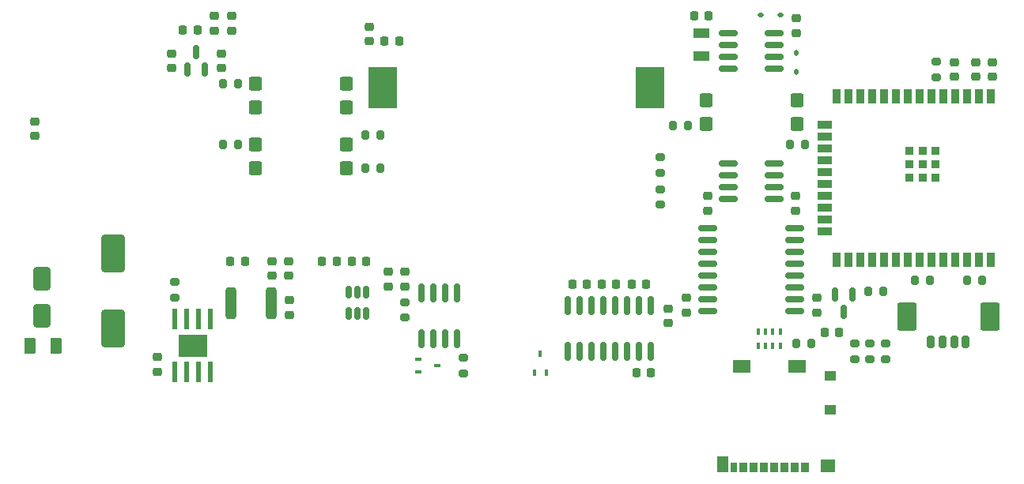
<source format=gbr>
%TF.GenerationSoftware,KiCad,Pcbnew,7.0.10*%
%TF.CreationDate,2024-04-30T16:31:27+09:00*%
%TF.ProjectId,ESP_Weight,4553505f-5765-4696-9768-742e6b696361,rev?*%
%TF.SameCoordinates,Original*%
%TF.FileFunction,Paste,Top*%
%TF.FilePolarity,Positive*%
%FSLAX46Y46*%
G04 Gerber Fmt 4.6, Leading zero omitted, Abs format (unit mm)*
G04 Created by KiCad (PCBNEW 7.0.10) date 2024-04-30 16:31:27*
%MOMM*%
%LPD*%
G01*
G04 APERTURE LIST*
G04 Aperture macros list*
%AMRoundRect*
0 Rectangle with rounded corners*
0 $1 Rounding radius*
0 $2 $3 $4 $5 $6 $7 $8 $9 X,Y pos of 4 corners*
0 Add a 4 corners polygon primitive as box body*
4,1,4,$2,$3,$4,$5,$6,$7,$8,$9,$2,$3,0*
0 Add four circle primitives for the rounded corners*
1,1,$1+$1,$2,$3*
1,1,$1+$1,$4,$5*
1,1,$1+$1,$6,$7*
1,1,$1+$1,$8,$9*
0 Add four rect primitives between the rounded corners*
20,1,$1+$1,$2,$3,$4,$5,0*
20,1,$1+$1,$4,$5,$6,$7,0*
20,1,$1+$1,$6,$7,$8,$9,0*
20,1,$1+$1,$8,$9,$2,$3,0*%
G04 Aperture macros list end*
%ADD10RoundRect,0.218750X-0.218750X-0.256250X0.218750X-0.256250X0.218750X0.256250X-0.218750X0.256250X0*%
%ADD11RoundRect,0.200000X-0.275000X0.200000X-0.275000X-0.200000X0.275000X-0.200000X0.275000X0.200000X0*%
%ADD12RoundRect,0.225000X-0.250000X0.225000X-0.250000X-0.225000X0.250000X-0.225000X0.250000X0.225000X0*%
%ADD13R,0.450000X0.700000*%
%ADD14R,0.900000X1.500000*%
%ADD15R,0.900000X0.900000*%
%ADD16R,1.500000X0.900000*%
%ADD17RoundRect,0.225000X0.250000X-0.225000X0.250000X0.225000X-0.250000X0.225000X-0.250000X-0.225000X0*%
%ADD18RoundRect,0.253800X0.451200X0.481200X-0.451200X0.481200X-0.451200X-0.481200X0.451200X-0.481200X0*%
%ADD19RoundRect,0.200000X0.275000X-0.200000X0.275000X0.200000X-0.275000X0.200000X-0.275000X-0.200000X0*%
%ADD20RoundRect,0.225000X-0.225000X-0.250000X0.225000X-0.250000X0.225000X0.250000X-0.225000X0.250000X0*%
%ADD21RoundRect,0.112500X0.187500X0.112500X-0.187500X0.112500X-0.187500X-0.112500X0.187500X-0.112500X0*%
%ADD22RoundRect,0.150000X0.150000X-0.825000X0.150000X0.825000X-0.150000X0.825000X-0.150000X-0.825000X0*%
%ADD23RoundRect,0.150000X0.875000X0.150000X-0.875000X0.150000X-0.875000X-0.150000X0.875000X-0.150000X0*%
%ADD24RoundRect,0.250000X-0.312500X-1.450000X0.312500X-1.450000X0.312500X1.450000X-0.312500X1.450000X0*%
%ADD25RoundRect,0.150000X-0.150000X0.512500X-0.150000X-0.512500X0.150000X-0.512500X0.150000X0.512500X0*%
%ADD26RoundRect,0.200000X0.200000X0.275000X-0.200000X0.275000X-0.200000X-0.275000X0.200000X-0.275000X0*%
%ADD27RoundRect,0.200000X-0.200000X-0.275000X0.200000X-0.275000X0.200000X0.275000X-0.200000X0.275000X0*%
%ADD28RoundRect,0.250000X-0.375000X-0.625000X0.375000X-0.625000X0.375000X0.625000X-0.375000X0.625000X0*%
%ADD29RoundRect,0.200000X0.200000X0.450000X-0.200000X0.450000X-0.200000X-0.450000X0.200000X-0.450000X0*%
%ADD30RoundRect,0.250001X0.799999X1.249999X-0.799999X1.249999X-0.799999X-1.249999X0.799999X-1.249999X0*%
%ADD31RoundRect,0.218750X0.218750X0.256250X-0.218750X0.256250X-0.218750X-0.256250X0.218750X-0.256250X0*%
%ADD32RoundRect,0.150000X-0.150000X0.825000X-0.150000X-0.825000X0.150000X-0.825000X0.150000X0.825000X0*%
%ADD33RoundRect,0.250000X1.000000X-1.750000X1.000000X1.750000X-1.000000X1.750000X-1.000000X-1.750000X0*%
%ADD34RoundRect,0.225000X0.225000X0.250000X-0.225000X0.250000X-0.225000X-0.250000X0.225000X-0.250000X0*%
%ADD35R,0.430000X0.760000*%
%ADD36RoundRect,0.112500X-0.112500X0.187500X-0.112500X-0.187500X0.112500X-0.187500X0.112500X0.187500X0*%
%ADD37R,0.700000X0.450000*%
%ADD38RoundRect,0.150000X0.150000X-0.587500X0.150000X0.587500X-0.150000X0.587500X-0.150000X-0.587500X0*%
%ADD39RoundRect,0.150000X-0.150000X0.587500X-0.150000X-0.587500X0.150000X-0.587500X0.150000X0.587500X0*%
%ADD40RoundRect,0.253800X-0.451200X-0.481200X0.451200X-0.481200X0.451200X0.481200X-0.451200X0.481200X0*%
%ADD41R,3.100000X2.400000*%
%ADD42R,0.500000X2.200000*%
%ADD43RoundRect,0.150000X0.825000X0.150000X-0.825000X0.150000X-0.825000X-0.150000X0.825000X-0.150000X0*%
%ADD44RoundRect,0.218750X-0.256250X0.218750X-0.256250X-0.218750X0.256250X-0.218750X0.256250X0.218750X0*%
%ADD45RoundRect,0.150000X-0.825000X-0.150000X0.825000X-0.150000X0.825000X0.150000X-0.825000X0.150000X0*%
%ADD46R,1.550000X1.350000*%
%ADD47R,1.900000X1.350000*%
%ADD48R,1.170000X1.800000*%
%ADD49R,0.850000X1.100000*%
%ADD50R,0.750000X1.100000*%
%ADD51R,1.200000X1.000000*%
%ADD52RoundRect,0.250000X0.650000X-1.000000X0.650000X1.000000X-0.650000X1.000000X-0.650000X-1.000000X0*%
%ADD53R,1.800000X1.000000*%
%ADD54R,3.100000X4.500000*%
G04 APERTURE END LIST*
D10*
%TO.C,FB3*%
X135864500Y-106553000D03*
X137439500Y-106553000D03*
%TD*%
D11*
%TO.C,R2*%
X120142000Y-108776000D03*
X120142000Y-110426000D03*
%TD*%
D12*
%TO.C,C1*%
X205867000Y-85204000D03*
X205867000Y-86754000D03*
%TD*%
D13*
%TO.C,U9*%
X158608000Y-118475000D03*
X159908000Y-118475000D03*
X159258000Y-116475000D03*
%TD*%
D12*
%TO.C,C4*%
X130556000Y-106540000D03*
X130556000Y-108090000D03*
%TD*%
D14*
%TO.C,U5*%
X207518000Y-88889000D03*
D15*
X201578000Y-94739000D03*
X200178000Y-94739000D03*
X198778000Y-94739000D03*
X201578000Y-96139000D03*
X200178000Y-96139000D03*
X198778000Y-96139000D03*
X201578000Y-97539000D03*
X200178000Y-97539000D03*
X198778000Y-97539000D03*
D14*
X206248000Y-88889000D03*
X204978000Y-88889000D03*
X203708000Y-88889000D03*
X202438000Y-88889000D03*
X201168000Y-88889000D03*
X199898000Y-88889000D03*
X198628000Y-88889000D03*
X197358000Y-88889000D03*
X196088000Y-88889000D03*
X194818000Y-88889000D03*
X193548000Y-88889000D03*
X192278000Y-88889000D03*
X191008000Y-88889000D03*
D16*
X189758000Y-91929000D03*
X189758000Y-93199000D03*
X189758000Y-94469000D03*
X189758000Y-95739000D03*
X189758000Y-97009000D03*
X189758000Y-98279000D03*
X189758000Y-99549000D03*
X189758000Y-100819000D03*
X189758000Y-102089000D03*
X189758000Y-103359000D03*
D14*
X191008000Y-106389000D03*
X192278000Y-106389000D03*
X193548000Y-106389000D03*
X194818000Y-106389000D03*
X196088000Y-106389000D03*
X197358000Y-106389000D03*
X198628000Y-106389000D03*
X199898000Y-106389000D03*
X201168000Y-106389000D03*
X202438000Y-106389000D03*
X203708000Y-106389000D03*
X204978000Y-106389000D03*
X206248000Y-106389000D03*
X207518000Y-106389000D03*
%TD*%
D17*
%TO.C,C21*%
X186563000Y-101105000D03*
X186563000Y-99555000D03*
%TD*%
%TO.C,C8*%
X140970000Y-82944000D03*
X140970000Y-81394000D03*
%TD*%
D18*
%TO.C,U3*%
X138454000Y-96520000D03*
X138454000Y-93980000D03*
X128754000Y-93980000D03*
X128754000Y-96520000D03*
%TD*%
D19*
%TO.C,R10*%
X144780000Y-112585000D03*
X144780000Y-110935000D03*
%TD*%
D20*
%TO.C,C17*%
X165849000Y-108966000D03*
X167399000Y-108966000D03*
%TD*%
D21*
%TO.C,D2*%
X184946000Y-80137000D03*
X182846000Y-80137000D03*
%TD*%
D22*
%TO.C,U14*%
X146558000Y-114870000D03*
X147828000Y-114870000D03*
X149098000Y-114870000D03*
X150368000Y-114870000D03*
X150368000Y-109920000D03*
X149098000Y-109920000D03*
X147828000Y-109920000D03*
X146558000Y-109920000D03*
%TD*%
D23*
%TO.C,U11*%
X186514000Y-111887000D03*
X186514000Y-110617000D03*
X186514000Y-109347000D03*
X186514000Y-108077000D03*
X186514000Y-106807000D03*
X186514000Y-105537000D03*
X186514000Y-104267000D03*
X186514000Y-102997000D03*
X177214000Y-102997000D03*
X177214000Y-104267000D03*
X177214000Y-105537000D03*
X177214000Y-106807000D03*
X177214000Y-108077000D03*
X177214000Y-109347000D03*
X177214000Y-110617000D03*
X177214000Y-111887000D03*
%TD*%
D24*
%TO.C,F2*%
X126154000Y-110998000D03*
X130429000Y-110998000D03*
%TD*%
D25*
%TO.C,U15*%
X140650000Y-109860500D03*
X139700000Y-109860500D03*
X138750000Y-109860500D03*
X138750000Y-112135500D03*
X139700000Y-112135500D03*
X140650000Y-112135500D03*
%TD*%
D12*
%TO.C,C19*%
X172974000Y-111620000D03*
X172974000Y-113170000D03*
%TD*%
D17*
%TO.C,C18*%
X143002000Y-109233000D03*
X143002000Y-107683000D03*
%TD*%
D12*
%TO.C,C2*%
X207645000Y-85204000D03*
X207645000Y-86754000D03*
%TD*%
D26*
%TO.C,R12*%
X142176000Y-92964000D03*
X140526000Y-92964000D03*
%TD*%
D27*
%TO.C,R14*%
X125286000Y-87503000D03*
X126936000Y-87503000D03*
%TD*%
D17*
%TO.C,C22*%
X177165000Y-101105000D03*
X177165000Y-99555000D03*
%TD*%
D28*
%TO.C,F1*%
X104645000Y-115570000D03*
X107445000Y-115570000D03*
%TD*%
D20*
%TO.C,C26*%
X175755000Y-80244000D03*
X177305000Y-80244000D03*
%TD*%
D26*
%TO.C,R18*%
X196024000Y-109776500D03*
X194374000Y-109776500D03*
%TD*%
D29*
%TO.C,J9*%
X204821000Y-115211000D03*
X203571000Y-115211000D03*
X202321000Y-115211000D03*
X201071000Y-115211000D03*
D30*
X207371000Y-112461000D03*
X198521000Y-112461000D03*
%TD*%
D12*
%TO.C,C12*%
X174879000Y-110477000D03*
X174879000Y-112027000D03*
%TD*%
D19*
%TO.C,R16*%
X194564000Y-117030000D03*
X194564000Y-115380000D03*
%TD*%
%TO.C,R17*%
X196215000Y-117030000D03*
X196215000Y-115380000D03*
%TD*%
D27*
%TO.C,R7*%
X173419000Y-91948000D03*
X175069000Y-91948000D03*
%TD*%
D31*
%TO.C,TH3*%
X127660500Y-106553000D03*
X126085500Y-106553000D03*
%TD*%
%TO.C,TH2*%
X122580500Y-81775000D03*
X121005500Y-81775000D03*
%TD*%
D12*
%TO.C,C28*%
X186690000Y-80505000D03*
X186690000Y-82055000D03*
%TD*%
D32*
%TO.C,U13*%
X171069000Y-111255000D03*
X169799000Y-111255000D03*
X168529000Y-111255000D03*
X167259000Y-111255000D03*
X165989000Y-111255000D03*
X164719000Y-111255000D03*
X163449000Y-111255000D03*
X162179000Y-111255000D03*
X162179000Y-116205000D03*
X163449000Y-116205000D03*
X164719000Y-116205000D03*
X165989000Y-116205000D03*
X167259000Y-116205000D03*
X168529000Y-116205000D03*
X169799000Y-116205000D03*
X171069000Y-116205000D03*
%TD*%
D33*
%TO.C,C10*%
X113538000Y-113714500D03*
X113538000Y-105714500D03*
%TD*%
D11*
%TO.C,R8*%
X151003000Y-116904000D03*
X151003000Y-118554000D03*
%TD*%
D34*
%TO.C,C13*%
X170574000Y-108966000D03*
X169024000Y-108966000D03*
%TD*%
D12*
%TO.C,C25*%
X118237000Y-116827000D03*
X118237000Y-118377000D03*
%TD*%
%TO.C,C7*%
X132334000Y-106540000D03*
X132334000Y-108090000D03*
%TD*%
D11*
%TO.C,R5*%
X172085000Y-98807000D03*
X172085000Y-100457000D03*
%TD*%
D31*
%TO.C,FB1*%
X144145000Y-82931000D03*
X142570000Y-82931000D03*
%TD*%
D26*
%TO.C,R4*%
X187642000Y-93980000D03*
X185992000Y-93980000D03*
%TD*%
D27*
%TO.C,R3*%
X204915000Y-108585000D03*
X206565000Y-108585000D03*
%TD*%
D35*
%TO.C,RN1*%
X182569000Y-115568000D03*
X183369000Y-115568000D03*
X184169000Y-115568000D03*
X184969000Y-115568000D03*
X184969000Y-114048000D03*
X184169000Y-114048000D03*
X183369000Y-114048000D03*
X182569000Y-114048000D03*
%TD*%
D19*
%TO.C,R6*%
X172085000Y-97028000D03*
X172085000Y-95378000D03*
%TD*%
D36*
%TO.C,D3*%
X186690000Y-84167000D03*
X186690000Y-86267000D03*
%TD*%
D37*
%TO.C,U8*%
X146193000Y-117079000D03*
X146193000Y-118379000D03*
X148193000Y-117729000D03*
%TD*%
D38*
%TO.C,U1*%
X121478000Y-85979000D03*
X123378000Y-85979000D03*
X122428000Y-84104000D03*
%TD*%
D20*
%TO.C,C16*%
X162674000Y-108966000D03*
X164224000Y-108966000D03*
%TD*%
D39*
%TO.C,Q1*%
X192720000Y-110109000D03*
X190820000Y-110109000D03*
X191770000Y-111984000D03*
%TD*%
D12*
%TO.C,C11*%
X188849000Y-110477000D03*
X188849000Y-112027000D03*
%TD*%
D11*
%TO.C,R9*%
X201676000Y-85154000D03*
X201676000Y-86804000D03*
%TD*%
D40*
%TO.C,U12*%
X177014000Y-89281000D03*
X177014000Y-91821000D03*
X186714000Y-91821000D03*
X186714000Y-89281000D03*
%TD*%
D26*
%TO.C,R11*%
X142176000Y-96520000D03*
X140526000Y-96520000D03*
%TD*%
D41*
%TO.C,U2*%
X122047000Y-115570000D03*
D42*
X123952000Y-112695000D03*
X122682000Y-112695000D03*
X121412000Y-112695000D03*
X120142000Y-112695000D03*
X120142000Y-118445000D03*
X121412000Y-118445000D03*
X122682000Y-118445000D03*
X123952000Y-118445000D03*
%TD*%
D43*
%TO.C,U10*%
X184339000Y-99822000D03*
X184339000Y-98552000D03*
X184339000Y-97282000D03*
X184339000Y-96012000D03*
X179389000Y-96012000D03*
X179389000Y-97282000D03*
X179389000Y-98552000D03*
X179389000Y-99822000D03*
%TD*%
D17*
%TO.C,C23*%
X119761000Y-85816500D03*
X119761000Y-84266500D03*
%TD*%
%TO.C,C3*%
X126238000Y-81788000D03*
X126238000Y-80238000D03*
%TD*%
D34*
%TO.C,C27*%
X191275000Y-114173000D03*
X189725000Y-114173000D03*
%TD*%
D44*
%TO.C,RV1*%
X105156000Y-91541500D03*
X105156000Y-93116500D03*
%TD*%
D45*
%TO.C,U16*%
X179389000Y-82042000D03*
X179389000Y-83312000D03*
X179389000Y-84582000D03*
X179389000Y-85852000D03*
X184339000Y-85852000D03*
X184339000Y-84582000D03*
X184339000Y-83312000D03*
X184339000Y-82042000D03*
%TD*%
D46*
%TO.C,J5*%
X190096000Y-128515000D03*
D47*
X186771000Y-117815000D03*
X180801000Y-117815000D03*
D48*
X178776000Y-128290000D03*
D49*
X187636000Y-128640000D03*
X186536000Y-128640000D03*
X185436000Y-128640000D03*
X184336000Y-128640000D03*
X183236000Y-128640000D03*
X182136000Y-128640000D03*
X181036000Y-128640000D03*
D50*
X179986000Y-128640000D03*
D51*
X190271000Y-122490000D03*
X190271000Y-118790000D03*
%TD*%
D27*
%TO.C,R19*%
X186627000Y-115316000D03*
X188277000Y-115316000D03*
%TD*%
D19*
%TO.C,R15*%
X192913000Y-117030000D03*
X192913000Y-115380000D03*
%TD*%
D17*
%TO.C,C15*%
X144780000Y-109233000D03*
X144780000Y-107683000D03*
%TD*%
D20*
%TO.C,C9*%
X139052000Y-106553000D03*
X140602000Y-106553000D03*
%TD*%
D52*
%TO.C,D1*%
X105918000Y-112395000D03*
X105918000Y-108395000D03*
%TD*%
D27*
%TO.C,R1*%
X199327000Y-108585000D03*
X200977000Y-108585000D03*
%TD*%
D17*
%TO.C,C6*%
X203581000Y-86754000D03*
X203581000Y-85204000D03*
%TD*%
D34*
%TO.C,C14*%
X171082000Y-118491000D03*
X169532000Y-118491000D03*
%TD*%
D18*
%TO.C,U7*%
X138454000Y-90043000D03*
X138454000Y-87503000D03*
X128754000Y-87503000D03*
X128754000Y-90043000D03*
%TD*%
D27*
%TO.C,R13*%
X125286000Y-93980000D03*
X126936000Y-93980000D03*
%TD*%
D17*
%TO.C,C20*%
X132355500Y-112281000D03*
X132355500Y-110731000D03*
%TD*%
D12*
%TO.C,C24*%
X125095000Y-84266500D03*
X125095000Y-85816500D03*
%TD*%
D53*
%TO.C,Y1*%
X176530000Y-82042000D03*
X176530000Y-84542000D03*
%TD*%
D17*
%TO.C,C5*%
X124333000Y-81788000D03*
X124333000Y-80238000D03*
%TD*%
D54*
%TO.C,J8*%
X142418000Y-87884000D03*
X171018000Y-87884000D03*
%TD*%
M02*

</source>
